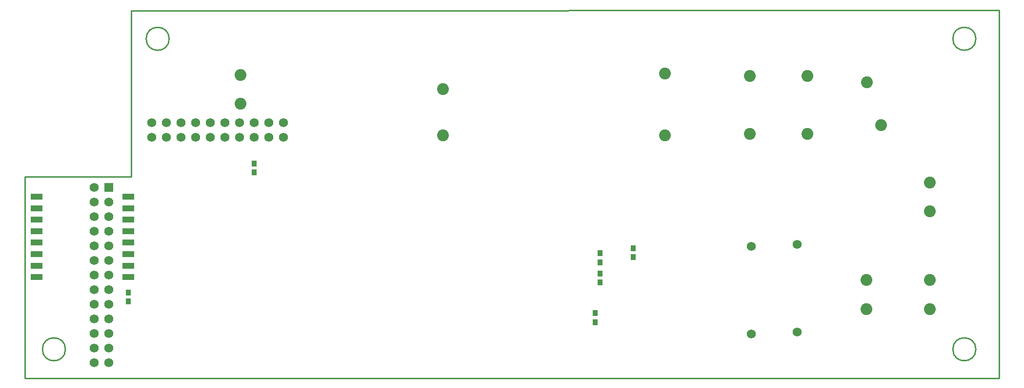
<source format=gbs>
*
*
G04 PADS 9.5 Build Number: 522968 generated Gerber (RS-274-X) file*
G04 PC Version=2.1*
*
%IN "opqbox2.pcb"*%
*
%MOIN*%
*
%FSLAX35Y35*%
*
*
*
*
G04 PC Standard Apertures*
*
*
G04 Thermal Relief Aperture macro.*
%AMTER*
1,1,$1,0,0*
1,0,$1-$2,0,0*
21,0,$3,$4,0,0,45*
21,0,$3,$4,0,0,135*
%
*
*
G04 Annular Aperture macro.*
%AMANN*
1,1,$1,0,0*
1,0,$2,0,0*
%
*
*
G04 Odd Aperture macro.*
%AMODD*
1,1,$1,0,0*
1,0,$1-0.005,0,0*
%
*
*
G04 PC Custom Aperture Macros*
*
*
*
*
*
*
G04 PC Aperture Table*
*
%ADD010C,0.001*%
%ADD013C,0.01*%
%ADD133R,0.062X0.062*%
%ADD134C,0.062*%
%ADD153R,0.032X0.04*%
%ADD159C,0.08074*%
%ADD171R,0.08074X0.04137*%
*
*
*
*
G04 PC Circuitry*
G04 Layer Name opqbox2.pcb - circuitry*
%LPD*%
*
*
G04 PC Custom Flashes*
G04 Layer Name opqbox2.pcb - flashes*
%LPD*%
*
*
G04 PC Circuitry*
G04 Layer Name opqbox2.pcb - circuitry*
%LPD*%
*
G54D10*
G54D13*
G01X1135433Y225984D02*
X470079D01*
Y363681*
X542717*
Y477362*
X1135433Y477953*
Y225984*
X497638Y245669D02*
G75*
G03X497638I-7874J0D01*
G01X568504Y458268D02*
G03X568504I-7874J0D01*
G01X1119685D02*
G03X1119685I-7874J0D01*
G01Y245669D02*
G03X1119685I-7874J0D01*
G54D133*
G01X527165Y356496D03*
G54D134*
X517165D03*
Y346496D03*
X527165D03*
X517165Y336496D03*
X527165D03*
X517165Y326496D03*
X527165D03*
X517165Y316496D03*
X527165D03*
X517165Y306496D03*
X527165D03*
X517165Y296496D03*
X527165D03*
X517165Y286496D03*
X527165D03*
X517165Y276496D03*
X527165D03*
X517165Y266496D03*
X527165D03*
X517165Y256496D03*
X527165D03*
X517165Y246496D03*
X527165D03*
X517165Y236496D03*
X527165D03*
X556693Y390748D03*
Y400748D03*
X566693Y390748D03*
Y400748D03*
X576693Y390748D03*
Y400748D03*
X586693Y390748D03*
Y400748D03*
X596693Y390748D03*
Y400748D03*
X606693Y390748D03*
Y400748D03*
X616693Y390748D03*
Y400748D03*
X626693Y390748D03*
Y400748D03*
X636693Y390748D03*
Y400748D03*
X646693Y390748D03*
Y400748D03*
X966339Y316102D03*
Y256102D03*
X997638Y257480D03*
Y317480D03*
G54D153*
X862992Y311368D03*
Y305168D03*
Y297588D03*
Y291388D03*
X540748Y278396D03*
Y284596D03*
X626575Y372982D03*
Y366782D03*
X885433Y308711D03*
Y314911D03*
X859449Y270423D03*
Y264223D03*
G54D159*
X617126Y433465D03*
Y413780D03*
X907087Y392323D03*
Y434646D03*
X755512Y423819D03*
Y392323D03*
X1045104Y428588D03*
X1054946Y399060D03*
X1004528Y432677D03*
X965157D03*
X1004528Y393307D03*
X965157D03*
X1088189Y340157D03*
Y359843D03*
Y273228D03*
Y293228D03*
X1044882Y273228D03*
Y293228D03*
G54D171*
X540748Y350197D03*
Y342323D03*
Y334449D03*
Y326575D03*
Y318701D03*
Y310827D03*
Y302953D03*
Y295079D03*
X477756D03*
Y302953D03*
Y310827D03*
Y318701D03*
Y326575D03*
Y334449D03*
Y342323D03*
Y350197D03*
G74*
X0Y0D02*
M02*

</source>
